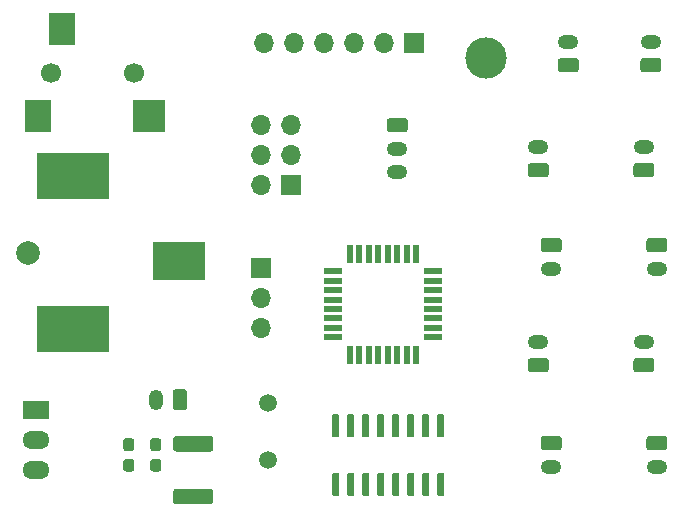
<source format=gbr>
G04 #@! TF.GenerationSoftware,KiCad,Pcbnew,5.1.5-52549c5~84~ubuntu18.04.1*
G04 #@! TF.CreationDate,2020-03-09T21:44:41-04:00*
G04 #@! TF.ProjectId,landfill_board_rev4,6c616e64-6669-46c6-9c5f-626f6172645f,rev?*
G04 #@! TF.SameCoordinates,Original*
G04 #@! TF.FileFunction,Soldermask,Top*
G04 #@! TF.FilePolarity,Negative*
%FSLAX46Y46*%
G04 Gerber Fmt 4.6, Leading zero omitted, Abs format (unit mm)*
G04 Created by KiCad (PCBNEW 5.1.5-52549c5~84~ubuntu18.04.1) date 2020-03-09 21:44:41*
%MOMM*%
%LPD*%
G04 APERTURE LIST*
%ADD10O,1.700000X1.700000*%
%ADD11R,1.700000X1.700000*%
%ADD12O,1.200000X1.750000*%
%ADD13C,0.100000*%
%ADD14O,2.300000X1.500000*%
%ADD15R,2.300000X1.500000*%
%ADD16R,0.550000X1.600000*%
%ADD17R,1.600000X0.550000*%
%ADD18O,1.750000X1.200000*%
%ADD19C,1.700000*%
%ADD20R,2.800000X2.800000*%
%ADD21R,2.200000X2.800000*%
%ADD22C,1.500000*%
%ADD23C,2.000000*%
%ADD24R,6.200000X3.900000*%
%ADD25R,4.400000X3.300000*%
%ADD26C,3.500000*%
G04 APERTURE END LIST*
D10*
X120650000Y-62865000D03*
X120650000Y-60325000D03*
D11*
X120650000Y-57785000D03*
D12*
X111792000Y-68961000D03*
D13*
G36*
X114166505Y-68087204D02*
G01*
X114190773Y-68090804D01*
X114214572Y-68096765D01*
X114237671Y-68105030D01*
X114259850Y-68115520D01*
X114280893Y-68128132D01*
X114300599Y-68142747D01*
X114318777Y-68159223D01*
X114335253Y-68177401D01*
X114349868Y-68197107D01*
X114362480Y-68218150D01*
X114372970Y-68240329D01*
X114381235Y-68263428D01*
X114387196Y-68287227D01*
X114390796Y-68311495D01*
X114392000Y-68335999D01*
X114392000Y-69586001D01*
X114390796Y-69610505D01*
X114387196Y-69634773D01*
X114381235Y-69658572D01*
X114372970Y-69681671D01*
X114362480Y-69703850D01*
X114349868Y-69724893D01*
X114335253Y-69744599D01*
X114318777Y-69762777D01*
X114300599Y-69779253D01*
X114280893Y-69793868D01*
X114259850Y-69806480D01*
X114237671Y-69816970D01*
X114214572Y-69825235D01*
X114190773Y-69831196D01*
X114166505Y-69834796D01*
X114142001Y-69836000D01*
X113441999Y-69836000D01*
X113417495Y-69834796D01*
X113393227Y-69831196D01*
X113369428Y-69825235D01*
X113346329Y-69816970D01*
X113324150Y-69806480D01*
X113303107Y-69793868D01*
X113283401Y-69779253D01*
X113265223Y-69762777D01*
X113248747Y-69744599D01*
X113234132Y-69724893D01*
X113221520Y-69703850D01*
X113211030Y-69681671D01*
X113202765Y-69658572D01*
X113196804Y-69634773D01*
X113193204Y-69610505D01*
X113192000Y-69586001D01*
X113192000Y-68335999D01*
X113193204Y-68311495D01*
X113196804Y-68287227D01*
X113202765Y-68263428D01*
X113211030Y-68240329D01*
X113221520Y-68218150D01*
X113234132Y-68197107D01*
X113248747Y-68177401D01*
X113265223Y-68159223D01*
X113283401Y-68142747D01*
X113303107Y-68128132D01*
X113324150Y-68115520D01*
X113346329Y-68105030D01*
X113369428Y-68096765D01*
X113393227Y-68090804D01*
X113417495Y-68087204D01*
X113441999Y-68086000D01*
X114142001Y-68086000D01*
X114166505Y-68087204D01*
G37*
D14*
X101600000Y-74930000D03*
X101600000Y-72390000D03*
D15*
X101600000Y-69850000D03*
D16*
X128205000Y-56640000D03*
X129005000Y-56640000D03*
X129805000Y-56640000D03*
X130605000Y-56640000D03*
X131405000Y-56640000D03*
X132205000Y-56640000D03*
X133005000Y-56640000D03*
X133805000Y-56640000D03*
D17*
X135255000Y-58090000D03*
X135255000Y-58890000D03*
X135255000Y-59690000D03*
X135255000Y-60490000D03*
X135255000Y-61290000D03*
X135255000Y-62090000D03*
X135255000Y-62890000D03*
X135255000Y-63690000D03*
D16*
X133805000Y-65140000D03*
X133005000Y-65140000D03*
X132205000Y-65140000D03*
X131405000Y-65140000D03*
X130605000Y-65140000D03*
X129805000Y-65140000D03*
X129005000Y-65140000D03*
X128205000Y-65140000D03*
D17*
X126755000Y-63690000D03*
X126755000Y-62890000D03*
X126755000Y-62090000D03*
X126755000Y-61290000D03*
X126755000Y-60490000D03*
X126755000Y-59690000D03*
X126755000Y-58890000D03*
X126755000Y-58090000D03*
D18*
X144145000Y-64040000D03*
D13*
G36*
X144794505Y-65441204D02*
G01*
X144818773Y-65444804D01*
X144842572Y-65450765D01*
X144865671Y-65459030D01*
X144887850Y-65469520D01*
X144908893Y-65482132D01*
X144928599Y-65496747D01*
X144946777Y-65513223D01*
X144963253Y-65531401D01*
X144977868Y-65551107D01*
X144990480Y-65572150D01*
X145000970Y-65594329D01*
X145009235Y-65617428D01*
X145015196Y-65641227D01*
X145018796Y-65665495D01*
X145020000Y-65689999D01*
X145020000Y-66390001D01*
X145018796Y-66414505D01*
X145015196Y-66438773D01*
X145009235Y-66462572D01*
X145000970Y-66485671D01*
X144990480Y-66507850D01*
X144977868Y-66528893D01*
X144963253Y-66548599D01*
X144946777Y-66566777D01*
X144928599Y-66583253D01*
X144908893Y-66597868D01*
X144887850Y-66610480D01*
X144865671Y-66620970D01*
X144842572Y-66629235D01*
X144818773Y-66635196D01*
X144794505Y-66638796D01*
X144770001Y-66640000D01*
X143519999Y-66640000D01*
X143495495Y-66638796D01*
X143471227Y-66635196D01*
X143447428Y-66629235D01*
X143424329Y-66620970D01*
X143402150Y-66610480D01*
X143381107Y-66597868D01*
X143361401Y-66583253D01*
X143343223Y-66566777D01*
X143326747Y-66548599D01*
X143312132Y-66528893D01*
X143299520Y-66507850D01*
X143289030Y-66485671D01*
X143280765Y-66462572D01*
X143274804Y-66438773D01*
X143271204Y-66414505D01*
X143270000Y-66390001D01*
X143270000Y-65689999D01*
X143271204Y-65665495D01*
X143274804Y-65641227D01*
X143280765Y-65617428D01*
X143289030Y-65594329D01*
X143299520Y-65572150D01*
X143312132Y-65551107D01*
X143326747Y-65531401D01*
X143343223Y-65513223D01*
X143361401Y-65496747D01*
X143381107Y-65482132D01*
X143402150Y-65469520D01*
X143424329Y-65459030D01*
X143447428Y-65450765D01*
X143471227Y-65444804D01*
X143495495Y-65441204D01*
X143519999Y-65440000D01*
X144770001Y-65440000D01*
X144794505Y-65441204D01*
G37*
D18*
X153078000Y-64040000D03*
D13*
G36*
X153727505Y-65441204D02*
G01*
X153751773Y-65444804D01*
X153775572Y-65450765D01*
X153798671Y-65459030D01*
X153820850Y-65469520D01*
X153841893Y-65482132D01*
X153861599Y-65496747D01*
X153879777Y-65513223D01*
X153896253Y-65531401D01*
X153910868Y-65551107D01*
X153923480Y-65572150D01*
X153933970Y-65594329D01*
X153942235Y-65617428D01*
X153948196Y-65641227D01*
X153951796Y-65665495D01*
X153953000Y-65689999D01*
X153953000Y-66390001D01*
X153951796Y-66414505D01*
X153948196Y-66438773D01*
X153942235Y-66462572D01*
X153933970Y-66485671D01*
X153923480Y-66507850D01*
X153910868Y-66528893D01*
X153896253Y-66548599D01*
X153879777Y-66566777D01*
X153861599Y-66583253D01*
X153841893Y-66597868D01*
X153820850Y-66610480D01*
X153798671Y-66620970D01*
X153775572Y-66629235D01*
X153751773Y-66635196D01*
X153727505Y-66638796D01*
X153703001Y-66640000D01*
X152452999Y-66640000D01*
X152428495Y-66638796D01*
X152404227Y-66635196D01*
X152380428Y-66629235D01*
X152357329Y-66620970D01*
X152335150Y-66610480D01*
X152314107Y-66597868D01*
X152294401Y-66583253D01*
X152276223Y-66566777D01*
X152259747Y-66548599D01*
X152245132Y-66528893D01*
X152232520Y-66507850D01*
X152222030Y-66485671D01*
X152213765Y-66462572D01*
X152207804Y-66438773D01*
X152204204Y-66414505D01*
X152203000Y-66390001D01*
X152203000Y-65689999D01*
X152204204Y-65665495D01*
X152207804Y-65641227D01*
X152213765Y-65617428D01*
X152222030Y-65594329D01*
X152232520Y-65572150D01*
X152245132Y-65551107D01*
X152259747Y-65531401D01*
X152276223Y-65513223D01*
X152294401Y-65496747D01*
X152314107Y-65482132D01*
X152335150Y-65469520D01*
X152357329Y-65459030D01*
X152380428Y-65450765D01*
X152404227Y-65444804D01*
X152428495Y-65441204D01*
X152452999Y-65440000D01*
X153703001Y-65440000D01*
X153727505Y-65441204D01*
G37*
D18*
X154178000Y-74644000D03*
D13*
G36*
X154827505Y-72045204D02*
G01*
X154851773Y-72048804D01*
X154875572Y-72054765D01*
X154898671Y-72063030D01*
X154920850Y-72073520D01*
X154941893Y-72086132D01*
X154961599Y-72100747D01*
X154979777Y-72117223D01*
X154996253Y-72135401D01*
X155010868Y-72155107D01*
X155023480Y-72176150D01*
X155033970Y-72198329D01*
X155042235Y-72221428D01*
X155048196Y-72245227D01*
X155051796Y-72269495D01*
X155053000Y-72293999D01*
X155053000Y-72994001D01*
X155051796Y-73018505D01*
X155048196Y-73042773D01*
X155042235Y-73066572D01*
X155033970Y-73089671D01*
X155023480Y-73111850D01*
X155010868Y-73132893D01*
X154996253Y-73152599D01*
X154979777Y-73170777D01*
X154961599Y-73187253D01*
X154941893Y-73201868D01*
X154920850Y-73214480D01*
X154898671Y-73224970D01*
X154875572Y-73233235D01*
X154851773Y-73239196D01*
X154827505Y-73242796D01*
X154803001Y-73244000D01*
X153552999Y-73244000D01*
X153528495Y-73242796D01*
X153504227Y-73239196D01*
X153480428Y-73233235D01*
X153457329Y-73224970D01*
X153435150Y-73214480D01*
X153414107Y-73201868D01*
X153394401Y-73187253D01*
X153376223Y-73170777D01*
X153359747Y-73152599D01*
X153345132Y-73132893D01*
X153332520Y-73111850D01*
X153322030Y-73089671D01*
X153313765Y-73066572D01*
X153307804Y-73042773D01*
X153304204Y-73018505D01*
X153303000Y-72994001D01*
X153303000Y-72293999D01*
X153304204Y-72269495D01*
X153307804Y-72245227D01*
X153313765Y-72221428D01*
X153322030Y-72198329D01*
X153332520Y-72176150D01*
X153345132Y-72155107D01*
X153359747Y-72135401D01*
X153376223Y-72117223D01*
X153394401Y-72100747D01*
X153414107Y-72086132D01*
X153435150Y-72073520D01*
X153457329Y-72063030D01*
X153480428Y-72054765D01*
X153504227Y-72048804D01*
X153528495Y-72045204D01*
X153552999Y-72044000D01*
X154803001Y-72044000D01*
X154827505Y-72045204D01*
G37*
D18*
X145245000Y-74644000D03*
D13*
G36*
X145894505Y-72045204D02*
G01*
X145918773Y-72048804D01*
X145942572Y-72054765D01*
X145965671Y-72063030D01*
X145987850Y-72073520D01*
X146008893Y-72086132D01*
X146028599Y-72100747D01*
X146046777Y-72117223D01*
X146063253Y-72135401D01*
X146077868Y-72155107D01*
X146090480Y-72176150D01*
X146100970Y-72198329D01*
X146109235Y-72221428D01*
X146115196Y-72245227D01*
X146118796Y-72269495D01*
X146120000Y-72293999D01*
X146120000Y-72994001D01*
X146118796Y-73018505D01*
X146115196Y-73042773D01*
X146109235Y-73066572D01*
X146100970Y-73089671D01*
X146090480Y-73111850D01*
X146077868Y-73132893D01*
X146063253Y-73152599D01*
X146046777Y-73170777D01*
X146028599Y-73187253D01*
X146008893Y-73201868D01*
X145987850Y-73214480D01*
X145965671Y-73224970D01*
X145942572Y-73233235D01*
X145918773Y-73239196D01*
X145894505Y-73242796D01*
X145870001Y-73244000D01*
X144619999Y-73244000D01*
X144595495Y-73242796D01*
X144571227Y-73239196D01*
X144547428Y-73233235D01*
X144524329Y-73224970D01*
X144502150Y-73214480D01*
X144481107Y-73201868D01*
X144461401Y-73187253D01*
X144443223Y-73170777D01*
X144426747Y-73152599D01*
X144412132Y-73132893D01*
X144399520Y-73111850D01*
X144389030Y-73089671D01*
X144380765Y-73066572D01*
X144374804Y-73042773D01*
X144371204Y-73018505D01*
X144370000Y-72994001D01*
X144370000Y-72293999D01*
X144371204Y-72269495D01*
X144374804Y-72245227D01*
X144380765Y-72221428D01*
X144389030Y-72198329D01*
X144399520Y-72176150D01*
X144412132Y-72155107D01*
X144426747Y-72135401D01*
X144443223Y-72117223D01*
X144461401Y-72100747D01*
X144481107Y-72086132D01*
X144502150Y-72073520D01*
X144524329Y-72063030D01*
X144547428Y-72054765D01*
X144571227Y-72048804D01*
X144595495Y-72045204D01*
X144619999Y-72044000D01*
X145870001Y-72044000D01*
X145894505Y-72045204D01*
G37*
D18*
X154178000Y-57880000D03*
D13*
G36*
X154827505Y-55281204D02*
G01*
X154851773Y-55284804D01*
X154875572Y-55290765D01*
X154898671Y-55299030D01*
X154920850Y-55309520D01*
X154941893Y-55322132D01*
X154961599Y-55336747D01*
X154979777Y-55353223D01*
X154996253Y-55371401D01*
X155010868Y-55391107D01*
X155023480Y-55412150D01*
X155033970Y-55434329D01*
X155042235Y-55457428D01*
X155048196Y-55481227D01*
X155051796Y-55505495D01*
X155053000Y-55529999D01*
X155053000Y-56230001D01*
X155051796Y-56254505D01*
X155048196Y-56278773D01*
X155042235Y-56302572D01*
X155033970Y-56325671D01*
X155023480Y-56347850D01*
X155010868Y-56368893D01*
X154996253Y-56388599D01*
X154979777Y-56406777D01*
X154961599Y-56423253D01*
X154941893Y-56437868D01*
X154920850Y-56450480D01*
X154898671Y-56460970D01*
X154875572Y-56469235D01*
X154851773Y-56475196D01*
X154827505Y-56478796D01*
X154803001Y-56480000D01*
X153552999Y-56480000D01*
X153528495Y-56478796D01*
X153504227Y-56475196D01*
X153480428Y-56469235D01*
X153457329Y-56460970D01*
X153435150Y-56450480D01*
X153414107Y-56437868D01*
X153394401Y-56423253D01*
X153376223Y-56406777D01*
X153359747Y-56388599D01*
X153345132Y-56368893D01*
X153332520Y-56347850D01*
X153322030Y-56325671D01*
X153313765Y-56302572D01*
X153307804Y-56278773D01*
X153304204Y-56254505D01*
X153303000Y-56230001D01*
X153303000Y-55529999D01*
X153304204Y-55505495D01*
X153307804Y-55481227D01*
X153313765Y-55457428D01*
X153322030Y-55434329D01*
X153332520Y-55412150D01*
X153345132Y-55391107D01*
X153359747Y-55371401D01*
X153376223Y-55353223D01*
X153394401Y-55336747D01*
X153414107Y-55322132D01*
X153435150Y-55309520D01*
X153457329Y-55299030D01*
X153480428Y-55290765D01*
X153504227Y-55284804D01*
X153528495Y-55281204D01*
X153552999Y-55280000D01*
X154803001Y-55280000D01*
X154827505Y-55281204D01*
G37*
D18*
X145245000Y-57880000D03*
D13*
G36*
X145894505Y-55281204D02*
G01*
X145918773Y-55284804D01*
X145942572Y-55290765D01*
X145965671Y-55299030D01*
X145987850Y-55309520D01*
X146008893Y-55322132D01*
X146028599Y-55336747D01*
X146046777Y-55353223D01*
X146063253Y-55371401D01*
X146077868Y-55391107D01*
X146090480Y-55412150D01*
X146100970Y-55434329D01*
X146109235Y-55457428D01*
X146115196Y-55481227D01*
X146118796Y-55505495D01*
X146120000Y-55529999D01*
X146120000Y-56230001D01*
X146118796Y-56254505D01*
X146115196Y-56278773D01*
X146109235Y-56302572D01*
X146100970Y-56325671D01*
X146090480Y-56347850D01*
X146077868Y-56368893D01*
X146063253Y-56388599D01*
X146046777Y-56406777D01*
X146028599Y-56423253D01*
X146008893Y-56437868D01*
X145987850Y-56450480D01*
X145965671Y-56460970D01*
X145942572Y-56469235D01*
X145918773Y-56475196D01*
X145894505Y-56478796D01*
X145870001Y-56480000D01*
X144619999Y-56480000D01*
X144595495Y-56478796D01*
X144571227Y-56475196D01*
X144547428Y-56469235D01*
X144524329Y-56460970D01*
X144502150Y-56450480D01*
X144481107Y-56437868D01*
X144461401Y-56423253D01*
X144443223Y-56406777D01*
X144426747Y-56388599D01*
X144412132Y-56368893D01*
X144399520Y-56347850D01*
X144389030Y-56325671D01*
X144380765Y-56302572D01*
X144374804Y-56278773D01*
X144371204Y-56254505D01*
X144370000Y-56230001D01*
X144370000Y-55529999D01*
X144371204Y-55505495D01*
X144374804Y-55481227D01*
X144380765Y-55457428D01*
X144389030Y-55434329D01*
X144399520Y-55412150D01*
X144412132Y-55391107D01*
X144426747Y-55371401D01*
X144443223Y-55353223D01*
X144461401Y-55336747D01*
X144481107Y-55322132D01*
X144502150Y-55309520D01*
X144524329Y-55299030D01*
X144547428Y-55290765D01*
X144571227Y-55284804D01*
X144595495Y-55281204D01*
X144619999Y-55280000D01*
X145870001Y-55280000D01*
X145894505Y-55281204D01*
G37*
D18*
X153078000Y-47530000D03*
D13*
G36*
X153727505Y-48931204D02*
G01*
X153751773Y-48934804D01*
X153775572Y-48940765D01*
X153798671Y-48949030D01*
X153820850Y-48959520D01*
X153841893Y-48972132D01*
X153861599Y-48986747D01*
X153879777Y-49003223D01*
X153896253Y-49021401D01*
X153910868Y-49041107D01*
X153923480Y-49062150D01*
X153933970Y-49084329D01*
X153942235Y-49107428D01*
X153948196Y-49131227D01*
X153951796Y-49155495D01*
X153953000Y-49179999D01*
X153953000Y-49880001D01*
X153951796Y-49904505D01*
X153948196Y-49928773D01*
X153942235Y-49952572D01*
X153933970Y-49975671D01*
X153923480Y-49997850D01*
X153910868Y-50018893D01*
X153896253Y-50038599D01*
X153879777Y-50056777D01*
X153861599Y-50073253D01*
X153841893Y-50087868D01*
X153820850Y-50100480D01*
X153798671Y-50110970D01*
X153775572Y-50119235D01*
X153751773Y-50125196D01*
X153727505Y-50128796D01*
X153703001Y-50130000D01*
X152452999Y-50130000D01*
X152428495Y-50128796D01*
X152404227Y-50125196D01*
X152380428Y-50119235D01*
X152357329Y-50110970D01*
X152335150Y-50100480D01*
X152314107Y-50087868D01*
X152294401Y-50073253D01*
X152276223Y-50056777D01*
X152259747Y-50038599D01*
X152245132Y-50018893D01*
X152232520Y-49997850D01*
X152222030Y-49975671D01*
X152213765Y-49952572D01*
X152207804Y-49928773D01*
X152204204Y-49904505D01*
X152203000Y-49880001D01*
X152203000Y-49179999D01*
X152204204Y-49155495D01*
X152207804Y-49131227D01*
X152213765Y-49107428D01*
X152222030Y-49084329D01*
X152232520Y-49062150D01*
X152245132Y-49041107D01*
X152259747Y-49021401D01*
X152276223Y-49003223D01*
X152294401Y-48986747D01*
X152314107Y-48972132D01*
X152335150Y-48959520D01*
X152357329Y-48949030D01*
X152380428Y-48940765D01*
X152404227Y-48934804D01*
X152428495Y-48931204D01*
X152452999Y-48930000D01*
X153703001Y-48930000D01*
X153727505Y-48931204D01*
G37*
D18*
X144145000Y-47530000D03*
D13*
G36*
X144794505Y-48931204D02*
G01*
X144818773Y-48934804D01*
X144842572Y-48940765D01*
X144865671Y-48949030D01*
X144887850Y-48959520D01*
X144908893Y-48972132D01*
X144928599Y-48986747D01*
X144946777Y-49003223D01*
X144963253Y-49021401D01*
X144977868Y-49041107D01*
X144990480Y-49062150D01*
X145000970Y-49084329D01*
X145009235Y-49107428D01*
X145015196Y-49131227D01*
X145018796Y-49155495D01*
X145020000Y-49179999D01*
X145020000Y-49880001D01*
X145018796Y-49904505D01*
X145015196Y-49928773D01*
X145009235Y-49952572D01*
X145000970Y-49975671D01*
X144990480Y-49997850D01*
X144977868Y-50018893D01*
X144963253Y-50038599D01*
X144946777Y-50056777D01*
X144928599Y-50073253D01*
X144908893Y-50087868D01*
X144887850Y-50100480D01*
X144865671Y-50110970D01*
X144842572Y-50119235D01*
X144818773Y-50125196D01*
X144794505Y-50128796D01*
X144770001Y-50130000D01*
X143519999Y-50130000D01*
X143495495Y-50128796D01*
X143471227Y-50125196D01*
X143447428Y-50119235D01*
X143424329Y-50110970D01*
X143402150Y-50100480D01*
X143381107Y-50087868D01*
X143361401Y-50073253D01*
X143343223Y-50056777D01*
X143326747Y-50038599D01*
X143312132Y-50018893D01*
X143299520Y-49997850D01*
X143289030Y-49975671D01*
X143280765Y-49952572D01*
X143274804Y-49928773D01*
X143271204Y-49904505D01*
X143270000Y-49880001D01*
X143270000Y-49179999D01*
X143271204Y-49155495D01*
X143274804Y-49131227D01*
X143280765Y-49107428D01*
X143289030Y-49084329D01*
X143299520Y-49062150D01*
X143312132Y-49041107D01*
X143326747Y-49021401D01*
X143343223Y-49003223D01*
X143361401Y-48986747D01*
X143381107Y-48972132D01*
X143402150Y-48959520D01*
X143424329Y-48949030D01*
X143447428Y-48940765D01*
X143471227Y-48934804D01*
X143495495Y-48931204D01*
X143519999Y-48930000D01*
X144770001Y-48930000D01*
X144794505Y-48931204D01*
G37*
D18*
X132207000Y-49720000D03*
X132207000Y-47720000D03*
D13*
G36*
X132856505Y-45121204D02*
G01*
X132880773Y-45124804D01*
X132904572Y-45130765D01*
X132927671Y-45139030D01*
X132949850Y-45149520D01*
X132970893Y-45162132D01*
X132990599Y-45176747D01*
X133008777Y-45193223D01*
X133025253Y-45211401D01*
X133039868Y-45231107D01*
X133052480Y-45252150D01*
X133062970Y-45274329D01*
X133071235Y-45297428D01*
X133077196Y-45321227D01*
X133080796Y-45345495D01*
X133082000Y-45369999D01*
X133082000Y-46070001D01*
X133080796Y-46094505D01*
X133077196Y-46118773D01*
X133071235Y-46142572D01*
X133062970Y-46165671D01*
X133052480Y-46187850D01*
X133039868Y-46208893D01*
X133025253Y-46228599D01*
X133008777Y-46246777D01*
X132990599Y-46263253D01*
X132970893Y-46277868D01*
X132949850Y-46290480D01*
X132927671Y-46300970D01*
X132904572Y-46309235D01*
X132880773Y-46315196D01*
X132856505Y-46318796D01*
X132832001Y-46320000D01*
X131581999Y-46320000D01*
X131557495Y-46318796D01*
X131533227Y-46315196D01*
X131509428Y-46309235D01*
X131486329Y-46300970D01*
X131464150Y-46290480D01*
X131443107Y-46277868D01*
X131423401Y-46263253D01*
X131405223Y-46246777D01*
X131388747Y-46228599D01*
X131374132Y-46208893D01*
X131361520Y-46187850D01*
X131351030Y-46165671D01*
X131342765Y-46142572D01*
X131336804Y-46118773D01*
X131333204Y-46094505D01*
X131332000Y-46070001D01*
X131332000Y-45369999D01*
X131333204Y-45345495D01*
X131336804Y-45321227D01*
X131342765Y-45297428D01*
X131351030Y-45274329D01*
X131361520Y-45252150D01*
X131374132Y-45231107D01*
X131388747Y-45211401D01*
X131405223Y-45193223D01*
X131423401Y-45176747D01*
X131443107Y-45162132D01*
X131464150Y-45149520D01*
X131486329Y-45139030D01*
X131509428Y-45130765D01*
X131533227Y-45124804D01*
X131557495Y-45121204D01*
X131581999Y-45120000D01*
X132832001Y-45120000D01*
X132856505Y-45121204D01*
G37*
D18*
X153670000Y-38640000D03*
D13*
G36*
X154319505Y-40041204D02*
G01*
X154343773Y-40044804D01*
X154367572Y-40050765D01*
X154390671Y-40059030D01*
X154412850Y-40069520D01*
X154433893Y-40082132D01*
X154453599Y-40096747D01*
X154471777Y-40113223D01*
X154488253Y-40131401D01*
X154502868Y-40151107D01*
X154515480Y-40172150D01*
X154525970Y-40194329D01*
X154534235Y-40217428D01*
X154540196Y-40241227D01*
X154543796Y-40265495D01*
X154545000Y-40289999D01*
X154545000Y-40990001D01*
X154543796Y-41014505D01*
X154540196Y-41038773D01*
X154534235Y-41062572D01*
X154525970Y-41085671D01*
X154515480Y-41107850D01*
X154502868Y-41128893D01*
X154488253Y-41148599D01*
X154471777Y-41166777D01*
X154453599Y-41183253D01*
X154433893Y-41197868D01*
X154412850Y-41210480D01*
X154390671Y-41220970D01*
X154367572Y-41229235D01*
X154343773Y-41235196D01*
X154319505Y-41238796D01*
X154295001Y-41240000D01*
X153044999Y-41240000D01*
X153020495Y-41238796D01*
X152996227Y-41235196D01*
X152972428Y-41229235D01*
X152949329Y-41220970D01*
X152927150Y-41210480D01*
X152906107Y-41197868D01*
X152886401Y-41183253D01*
X152868223Y-41166777D01*
X152851747Y-41148599D01*
X152837132Y-41128893D01*
X152824520Y-41107850D01*
X152814030Y-41085671D01*
X152805765Y-41062572D01*
X152799804Y-41038773D01*
X152796204Y-41014505D01*
X152795000Y-40990001D01*
X152795000Y-40289999D01*
X152796204Y-40265495D01*
X152799804Y-40241227D01*
X152805765Y-40217428D01*
X152814030Y-40194329D01*
X152824520Y-40172150D01*
X152837132Y-40151107D01*
X152851747Y-40131401D01*
X152868223Y-40113223D01*
X152886401Y-40096747D01*
X152906107Y-40082132D01*
X152927150Y-40069520D01*
X152949329Y-40059030D01*
X152972428Y-40050765D01*
X152996227Y-40044804D01*
X153020495Y-40041204D01*
X153044999Y-40040000D01*
X154295001Y-40040000D01*
X154319505Y-40041204D01*
G37*
D18*
X146685000Y-38640000D03*
D13*
G36*
X147334505Y-40041204D02*
G01*
X147358773Y-40044804D01*
X147382572Y-40050765D01*
X147405671Y-40059030D01*
X147427850Y-40069520D01*
X147448893Y-40082132D01*
X147468599Y-40096747D01*
X147486777Y-40113223D01*
X147503253Y-40131401D01*
X147517868Y-40151107D01*
X147530480Y-40172150D01*
X147540970Y-40194329D01*
X147549235Y-40217428D01*
X147555196Y-40241227D01*
X147558796Y-40265495D01*
X147560000Y-40289999D01*
X147560000Y-40990001D01*
X147558796Y-41014505D01*
X147555196Y-41038773D01*
X147549235Y-41062572D01*
X147540970Y-41085671D01*
X147530480Y-41107850D01*
X147517868Y-41128893D01*
X147503253Y-41148599D01*
X147486777Y-41166777D01*
X147468599Y-41183253D01*
X147448893Y-41197868D01*
X147427850Y-41210480D01*
X147405671Y-41220970D01*
X147382572Y-41229235D01*
X147358773Y-41235196D01*
X147334505Y-41238796D01*
X147310001Y-41240000D01*
X146059999Y-41240000D01*
X146035495Y-41238796D01*
X146011227Y-41235196D01*
X145987428Y-41229235D01*
X145964329Y-41220970D01*
X145942150Y-41210480D01*
X145921107Y-41197868D01*
X145901401Y-41183253D01*
X145883223Y-41166777D01*
X145866747Y-41148599D01*
X145852132Y-41128893D01*
X145839520Y-41107850D01*
X145829030Y-41085671D01*
X145820765Y-41062572D01*
X145814804Y-41038773D01*
X145811204Y-41014505D01*
X145810000Y-40990001D01*
X145810000Y-40289999D01*
X145811204Y-40265495D01*
X145814804Y-40241227D01*
X145820765Y-40217428D01*
X145829030Y-40194329D01*
X145839520Y-40172150D01*
X145852132Y-40151107D01*
X145866747Y-40131401D01*
X145883223Y-40113223D01*
X145901401Y-40096747D01*
X145921107Y-40082132D01*
X145942150Y-40069520D01*
X145964329Y-40059030D01*
X145987428Y-40050765D01*
X146011227Y-40044804D01*
X146035495Y-40041204D01*
X146059999Y-40040000D01*
X147310001Y-40040000D01*
X147334505Y-40041204D01*
G37*
D19*
X109910000Y-41275000D03*
X102910000Y-41275000D03*
D20*
X111210000Y-44975000D03*
D21*
X101810000Y-44975000D03*
X103810000Y-37575000D03*
D22*
X121285000Y-74095000D03*
X121285000Y-69215000D03*
D13*
G36*
X136054703Y-75160722D02*
G01*
X136069264Y-75162882D01*
X136083543Y-75166459D01*
X136097403Y-75171418D01*
X136110710Y-75177712D01*
X136123336Y-75185280D01*
X136135159Y-75194048D01*
X136146066Y-75203934D01*
X136155952Y-75214841D01*
X136164720Y-75226664D01*
X136172288Y-75239290D01*
X136178582Y-75252597D01*
X136183541Y-75266457D01*
X136187118Y-75280736D01*
X136189278Y-75295297D01*
X136190000Y-75310000D01*
X136190000Y-76960000D01*
X136189278Y-76974703D01*
X136187118Y-76989264D01*
X136183541Y-77003543D01*
X136178582Y-77017403D01*
X136172288Y-77030710D01*
X136164720Y-77043336D01*
X136155952Y-77055159D01*
X136146066Y-77066066D01*
X136135159Y-77075952D01*
X136123336Y-77084720D01*
X136110710Y-77092288D01*
X136097403Y-77098582D01*
X136083543Y-77103541D01*
X136069264Y-77107118D01*
X136054703Y-77109278D01*
X136040000Y-77110000D01*
X135740000Y-77110000D01*
X135725297Y-77109278D01*
X135710736Y-77107118D01*
X135696457Y-77103541D01*
X135682597Y-77098582D01*
X135669290Y-77092288D01*
X135656664Y-77084720D01*
X135644841Y-77075952D01*
X135633934Y-77066066D01*
X135624048Y-77055159D01*
X135615280Y-77043336D01*
X135607712Y-77030710D01*
X135601418Y-77017403D01*
X135596459Y-77003543D01*
X135592882Y-76989264D01*
X135590722Y-76974703D01*
X135590000Y-76960000D01*
X135590000Y-75310000D01*
X135590722Y-75295297D01*
X135592882Y-75280736D01*
X135596459Y-75266457D01*
X135601418Y-75252597D01*
X135607712Y-75239290D01*
X135615280Y-75226664D01*
X135624048Y-75214841D01*
X135633934Y-75203934D01*
X135644841Y-75194048D01*
X135656664Y-75185280D01*
X135669290Y-75177712D01*
X135682597Y-75171418D01*
X135696457Y-75166459D01*
X135710736Y-75162882D01*
X135725297Y-75160722D01*
X135740000Y-75160000D01*
X136040000Y-75160000D01*
X136054703Y-75160722D01*
G37*
G36*
X134784703Y-75160722D02*
G01*
X134799264Y-75162882D01*
X134813543Y-75166459D01*
X134827403Y-75171418D01*
X134840710Y-75177712D01*
X134853336Y-75185280D01*
X134865159Y-75194048D01*
X134876066Y-75203934D01*
X134885952Y-75214841D01*
X134894720Y-75226664D01*
X134902288Y-75239290D01*
X134908582Y-75252597D01*
X134913541Y-75266457D01*
X134917118Y-75280736D01*
X134919278Y-75295297D01*
X134920000Y-75310000D01*
X134920000Y-76960000D01*
X134919278Y-76974703D01*
X134917118Y-76989264D01*
X134913541Y-77003543D01*
X134908582Y-77017403D01*
X134902288Y-77030710D01*
X134894720Y-77043336D01*
X134885952Y-77055159D01*
X134876066Y-77066066D01*
X134865159Y-77075952D01*
X134853336Y-77084720D01*
X134840710Y-77092288D01*
X134827403Y-77098582D01*
X134813543Y-77103541D01*
X134799264Y-77107118D01*
X134784703Y-77109278D01*
X134770000Y-77110000D01*
X134470000Y-77110000D01*
X134455297Y-77109278D01*
X134440736Y-77107118D01*
X134426457Y-77103541D01*
X134412597Y-77098582D01*
X134399290Y-77092288D01*
X134386664Y-77084720D01*
X134374841Y-77075952D01*
X134363934Y-77066066D01*
X134354048Y-77055159D01*
X134345280Y-77043336D01*
X134337712Y-77030710D01*
X134331418Y-77017403D01*
X134326459Y-77003543D01*
X134322882Y-76989264D01*
X134320722Y-76974703D01*
X134320000Y-76960000D01*
X134320000Y-75310000D01*
X134320722Y-75295297D01*
X134322882Y-75280736D01*
X134326459Y-75266457D01*
X134331418Y-75252597D01*
X134337712Y-75239290D01*
X134345280Y-75226664D01*
X134354048Y-75214841D01*
X134363934Y-75203934D01*
X134374841Y-75194048D01*
X134386664Y-75185280D01*
X134399290Y-75177712D01*
X134412597Y-75171418D01*
X134426457Y-75166459D01*
X134440736Y-75162882D01*
X134455297Y-75160722D01*
X134470000Y-75160000D01*
X134770000Y-75160000D01*
X134784703Y-75160722D01*
G37*
G36*
X133514703Y-75160722D02*
G01*
X133529264Y-75162882D01*
X133543543Y-75166459D01*
X133557403Y-75171418D01*
X133570710Y-75177712D01*
X133583336Y-75185280D01*
X133595159Y-75194048D01*
X133606066Y-75203934D01*
X133615952Y-75214841D01*
X133624720Y-75226664D01*
X133632288Y-75239290D01*
X133638582Y-75252597D01*
X133643541Y-75266457D01*
X133647118Y-75280736D01*
X133649278Y-75295297D01*
X133650000Y-75310000D01*
X133650000Y-76960000D01*
X133649278Y-76974703D01*
X133647118Y-76989264D01*
X133643541Y-77003543D01*
X133638582Y-77017403D01*
X133632288Y-77030710D01*
X133624720Y-77043336D01*
X133615952Y-77055159D01*
X133606066Y-77066066D01*
X133595159Y-77075952D01*
X133583336Y-77084720D01*
X133570710Y-77092288D01*
X133557403Y-77098582D01*
X133543543Y-77103541D01*
X133529264Y-77107118D01*
X133514703Y-77109278D01*
X133500000Y-77110000D01*
X133200000Y-77110000D01*
X133185297Y-77109278D01*
X133170736Y-77107118D01*
X133156457Y-77103541D01*
X133142597Y-77098582D01*
X133129290Y-77092288D01*
X133116664Y-77084720D01*
X133104841Y-77075952D01*
X133093934Y-77066066D01*
X133084048Y-77055159D01*
X133075280Y-77043336D01*
X133067712Y-77030710D01*
X133061418Y-77017403D01*
X133056459Y-77003543D01*
X133052882Y-76989264D01*
X133050722Y-76974703D01*
X133050000Y-76960000D01*
X133050000Y-75310000D01*
X133050722Y-75295297D01*
X133052882Y-75280736D01*
X133056459Y-75266457D01*
X133061418Y-75252597D01*
X133067712Y-75239290D01*
X133075280Y-75226664D01*
X133084048Y-75214841D01*
X133093934Y-75203934D01*
X133104841Y-75194048D01*
X133116664Y-75185280D01*
X133129290Y-75177712D01*
X133142597Y-75171418D01*
X133156457Y-75166459D01*
X133170736Y-75162882D01*
X133185297Y-75160722D01*
X133200000Y-75160000D01*
X133500000Y-75160000D01*
X133514703Y-75160722D01*
G37*
G36*
X132244703Y-75160722D02*
G01*
X132259264Y-75162882D01*
X132273543Y-75166459D01*
X132287403Y-75171418D01*
X132300710Y-75177712D01*
X132313336Y-75185280D01*
X132325159Y-75194048D01*
X132336066Y-75203934D01*
X132345952Y-75214841D01*
X132354720Y-75226664D01*
X132362288Y-75239290D01*
X132368582Y-75252597D01*
X132373541Y-75266457D01*
X132377118Y-75280736D01*
X132379278Y-75295297D01*
X132380000Y-75310000D01*
X132380000Y-76960000D01*
X132379278Y-76974703D01*
X132377118Y-76989264D01*
X132373541Y-77003543D01*
X132368582Y-77017403D01*
X132362288Y-77030710D01*
X132354720Y-77043336D01*
X132345952Y-77055159D01*
X132336066Y-77066066D01*
X132325159Y-77075952D01*
X132313336Y-77084720D01*
X132300710Y-77092288D01*
X132287403Y-77098582D01*
X132273543Y-77103541D01*
X132259264Y-77107118D01*
X132244703Y-77109278D01*
X132230000Y-77110000D01*
X131930000Y-77110000D01*
X131915297Y-77109278D01*
X131900736Y-77107118D01*
X131886457Y-77103541D01*
X131872597Y-77098582D01*
X131859290Y-77092288D01*
X131846664Y-77084720D01*
X131834841Y-77075952D01*
X131823934Y-77066066D01*
X131814048Y-77055159D01*
X131805280Y-77043336D01*
X131797712Y-77030710D01*
X131791418Y-77017403D01*
X131786459Y-77003543D01*
X131782882Y-76989264D01*
X131780722Y-76974703D01*
X131780000Y-76960000D01*
X131780000Y-75310000D01*
X131780722Y-75295297D01*
X131782882Y-75280736D01*
X131786459Y-75266457D01*
X131791418Y-75252597D01*
X131797712Y-75239290D01*
X131805280Y-75226664D01*
X131814048Y-75214841D01*
X131823934Y-75203934D01*
X131834841Y-75194048D01*
X131846664Y-75185280D01*
X131859290Y-75177712D01*
X131872597Y-75171418D01*
X131886457Y-75166459D01*
X131900736Y-75162882D01*
X131915297Y-75160722D01*
X131930000Y-75160000D01*
X132230000Y-75160000D01*
X132244703Y-75160722D01*
G37*
G36*
X130974703Y-75160722D02*
G01*
X130989264Y-75162882D01*
X131003543Y-75166459D01*
X131017403Y-75171418D01*
X131030710Y-75177712D01*
X131043336Y-75185280D01*
X131055159Y-75194048D01*
X131066066Y-75203934D01*
X131075952Y-75214841D01*
X131084720Y-75226664D01*
X131092288Y-75239290D01*
X131098582Y-75252597D01*
X131103541Y-75266457D01*
X131107118Y-75280736D01*
X131109278Y-75295297D01*
X131110000Y-75310000D01*
X131110000Y-76960000D01*
X131109278Y-76974703D01*
X131107118Y-76989264D01*
X131103541Y-77003543D01*
X131098582Y-77017403D01*
X131092288Y-77030710D01*
X131084720Y-77043336D01*
X131075952Y-77055159D01*
X131066066Y-77066066D01*
X131055159Y-77075952D01*
X131043336Y-77084720D01*
X131030710Y-77092288D01*
X131017403Y-77098582D01*
X131003543Y-77103541D01*
X130989264Y-77107118D01*
X130974703Y-77109278D01*
X130960000Y-77110000D01*
X130660000Y-77110000D01*
X130645297Y-77109278D01*
X130630736Y-77107118D01*
X130616457Y-77103541D01*
X130602597Y-77098582D01*
X130589290Y-77092288D01*
X130576664Y-77084720D01*
X130564841Y-77075952D01*
X130553934Y-77066066D01*
X130544048Y-77055159D01*
X130535280Y-77043336D01*
X130527712Y-77030710D01*
X130521418Y-77017403D01*
X130516459Y-77003543D01*
X130512882Y-76989264D01*
X130510722Y-76974703D01*
X130510000Y-76960000D01*
X130510000Y-75310000D01*
X130510722Y-75295297D01*
X130512882Y-75280736D01*
X130516459Y-75266457D01*
X130521418Y-75252597D01*
X130527712Y-75239290D01*
X130535280Y-75226664D01*
X130544048Y-75214841D01*
X130553934Y-75203934D01*
X130564841Y-75194048D01*
X130576664Y-75185280D01*
X130589290Y-75177712D01*
X130602597Y-75171418D01*
X130616457Y-75166459D01*
X130630736Y-75162882D01*
X130645297Y-75160722D01*
X130660000Y-75160000D01*
X130960000Y-75160000D01*
X130974703Y-75160722D01*
G37*
G36*
X129704703Y-75160722D02*
G01*
X129719264Y-75162882D01*
X129733543Y-75166459D01*
X129747403Y-75171418D01*
X129760710Y-75177712D01*
X129773336Y-75185280D01*
X129785159Y-75194048D01*
X129796066Y-75203934D01*
X129805952Y-75214841D01*
X129814720Y-75226664D01*
X129822288Y-75239290D01*
X129828582Y-75252597D01*
X129833541Y-75266457D01*
X129837118Y-75280736D01*
X129839278Y-75295297D01*
X129840000Y-75310000D01*
X129840000Y-76960000D01*
X129839278Y-76974703D01*
X129837118Y-76989264D01*
X129833541Y-77003543D01*
X129828582Y-77017403D01*
X129822288Y-77030710D01*
X129814720Y-77043336D01*
X129805952Y-77055159D01*
X129796066Y-77066066D01*
X129785159Y-77075952D01*
X129773336Y-77084720D01*
X129760710Y-77092288D01*
X129747403Y-77098582D01*
X129733543Y-77103541D01*
X129719264Y-77107118D01*
X129704703Y-77109278D01*
X129690000Y-77110000D01*
X129390000Y-77110000D01*
X129375297Y-77109278D01*
X129360736Y-77107118D01*
X129346457Y-77103541D01*
X129332597Y-77098582D01*
X129319290Y-77092288D01*
X129306664Y-77084720D01*
X129294841Y-77075952D01*
X129283934Y-77066066D01*
X129274048Y-77055159D01*
X129265280Y-77043336D01*
X129257712Y-77030710D01*
X129251418Y-77017403D01*
X129246459Y-77003543D01*
X129242882Y-76989264D01*
X129240722Y-76974703D01*
X129240000Y-76960000D01*
X129240000Y-75310000D01*
X129240722Y-75295297D01*
X129242882Y-75280736D01*
X129246459Y-75266457D01*
X129251418Y-75252597D01*
X129257712Y-75239290D01*
X129265280Y-75226664D01*
X129274048Y-75214841D01*
X129283934Y-75203934D01*
X129294841Y-75194048D01*
X129306664Y-75185280D01*
X129319290Y-75177712D01*
X129332597Y-75171418D01*
X129346457Y-75166459D01*
X129360736Y-75162882D01*
X129375297Y-75160722D01*
X129390000Y-75160000D01*
X129690000Y-75160000D01*
X129704703Y-75160722D01*
G37*
G36*
X128434703Y-75160722D02*
G01*
X128449264Y-75162882D01*
X128463543Y-75166459D01*
X128477403Y-75171418D01*
X128490710Y-75177712D01*
X128503336Y-75185280D01*
X128515159Y-75194048D01*
X128526066Y-75203934D01*
X128535952Y-75214841D01*
X128544720Y-75226664D01*
X128552288Y-75239290D01*
X128558582Y-75252597D01*
X128563541Y-75266457D01*
X128567118Y-75280736D01*
X128569278Y-75295297D01*
X128570000Y-75310000D01*
X128570000Y-76960000D01*
X128569278Y-76974703D01*
X128567118Y-76989264D01*
X128563541Y-77003543D01*
X128558582Y-77017403D01*
X128552288Y-77030710D01*
X128544720Y-77043336D01*
X128535952Y-77055159D01*
X128526066Y-77066066D01*
X128515159Y-77075952D01*
X128503336Y-77084720D01*
X128490710Y-77092288D01*
X128477403Y-77098582D01*
X128463543Y-77103541D01*
X128449264Y-77107118D01*
X128434703Y-77109278D01*
X128420000Y-77110000D01*
X128120000Y-77110000D01*
X128105297Y-77109278D01*
X128090736Y-77107118D01*
X128076457Y-77103541D01*
X128062597Y-77098582D01*
X128049290Y-77092288D01*
X128036664Y-77084720D01*
X128024841Y-77075952D01*
X128013934Y-77066066D01*
X128004048Y-77055159D01*
X127995280Y-77043336D01*
X127987712Y-77030710D01*
X127981418Y-77017403D01*
X127976459Y-77003543D01*
X127972882Y-76989264D01*
X127970722Y-76974703D01*
X127970000Y-76960000D01*
X127970000Y-75310000D01*
X127970722Y-75295297D01*
X127972882Y-75280736D01*
X127976459Y-75266457D01*
X127981418Y-75252597D01*
X127987712Y-75239290D01*
X127995280Y-75226664D01*
X128004048Y-75214841D01*
X128013934Y-75203934D01*
X128024841Y-75194048D01*
X128036664Y-75185280D01*
X128049290Y-75177712D01*
X128062597Y-75171418D01*
X128076457Y-75166459D01*
X128090736Y-75162882D01*
X128105297Y-75160722D01*
X128120000Y-75160000D01*
X128420000Y-75160000D01*
X128434703Y-75160722D01*
G37*
G36*
X127164703Y-75160722D02*
G01*
X127179264Y-75162882D01*
X127193543Y-75166459D01*
X127207403Y-75171418D01*
X127220710Y-75177712D01*
X127233336Y-75185280D01*
X127245159Y-75194048D01*
X127256066Y-75203934D01*
X127265952Y-75214841D01*
X127274720Y-75226664D01*
X127282288Y-75239290D01*
X127288582Y-75252597D01*
X127293541Y-75266457D01*
X127297118Y-75280736D01*
X127299278Y-75295297D01*
X127300000Y-75310000D01*
X127300000Y-76960000D01*
X127299278Y-76974703D01*
X127297118Y-76989264D01*
X127293541Y-77003543D01*
X127288582Y-77017403D01*
X127282288Y-77030710D01*
X127274720Y-77043336D01*
X127265952Y-77055159D01*
X127256066Y-77066066D01*
X127245159Y-77075952D01*
X127233336Y-77084720D01*
X127220710Y-77092288D01*
X127207403Y-77098582D01*
X127193543Y-77103541D01*
X127179264Y-77107118D01*
X127164703Y-77109278D01*
X127150000Y-77110000D01*
X126850000Y-77110000D01*
X126835297Y-77109278D01*
X126820736Y-77107118D01*
X126806457Y-77103541D01*
X126792597Y-77098582D01*
X126779290Y-77092288D01*
X126766664Y-77084720D01*
X126754841Y-77075952D01*
X126743934Y-77066066D01*
X126734048Y-77055159D01*
X126725280Y-77043336D01*
X126717712Y-77030710D01*
X126711418Y-77017403D01*
X126706459Y-77003543D01*
X126702882Y-76989264D01*
X126700722Y-76974703D01*
X126700000Y-76960000D01*
X126700000Y-75310000D01*
X126700722Y-75295297D01*
X126702882Y-75280736D01*
X126706459Y-75266457D01*
X126711418Y-75252597D01*
X126717712Y-75239290D01*
X126725280Y-75226664D01*
X126734048Y-75214841D01*
X126743934Y-75203934D01*
X126754841Y-75194048D01*
X126766664Y-75185280D01*
X126779290Y-75177712D01*
X126792597Y-75171418D01*
X126806457Y-75166459D01*
X126820736Y-75162882D01*
X126835297Y-75160722D01*
X126850000Y-75160000D01*
X127150000Y-75160000D01*
X127164703Y-75160722D01*
G37*
G36*
X127164703Y-70210722D02*
G01*
X127179264Y-70212882D01*
X127193543Y-70216459D01*
X127207403Y-70221418D01*
X127220710Y-70227712D01*
X127233336Y-70235280D01*
X127245159Y-70244048D01*
X127256066Y-70253934D01*
X127265952Y-70264841D01*
X127274720Y-70276664D01*
X127282288Y-70289290D01*
X127288582Y-70302597D01*
X127293541Y-70316457D01*
X127297118Y-70330736D01*
X127299278Y-70345297D01*
X127300000Y-70360000D01*
X127300000Y-72010000D01*
X127299278Y-72024703D01*
X127297118Y-72039264D01*
X127293541Y-72053543D01*
X127288582Y-72067403D01*
X127282288Y-72080710D01*
X127274720Y-72093336D01*
X127265952Y-72105159D01*
X127256066Y-72116066D01*
X127245159Y-72125952D01*
X127233336Y-72134720D01*
X127220710Y-72142288D01*
X127207403Y-72148582D01*
X127193543Y-72153541D01*
X127179264Y-72157118D01*
X127164703Y-72159278D01*
X127150000Y-72160000D01*
X126850000Y-72160000D01*
X126835297Y-72159278D01*
X126820736Y-72157118D01*
X126806457Y-72153541D01*
X126792597Y-72148582D01*
X126779290Y-72142288D01*
X126766664Y-72134720D01*
X126754841Y-72125952D01*
X126743934Y-72116066D01*
X126734048Y-72105159D01*
X126725280Y-72093336D01*
X126717712Y-72080710D01*
X126711418Y-72067403D01*
X126706459Y-72053543D01*
X126702882Y-72039264D01*
X126700722Y-72024703D01*
X126700000Y-72010000D01*
X126700000Y-70360000D01*
X126700722Y-70345297D01*
X126702882Y-70330736D01*
X126706459Y-70316457D01*
X126711418Y-70302597D01*
X126717712Y-70289290D01*
X126725280Y-70276664D01*
X126734048Y-70264841D01*
X126743934Y-70253934D01*
X126754841Y-70244048D01*
X126766664Y-70235280D01*
X126779290Y-70227712D01*
X126792597Y-70221418D01*
X126806457Y-70216459D01*
X126820736Y-70212882D01*
X126835297Y-70210722D01*
X126850000Y-70210000D01*
X127150000Y-70210000D01*
X127164703Y-70210722D01*
G37*
G36*
X128434703Y-70210722D02*
G01*
X128449264Y-70212882D01*
X128463543Y-70216459D01*
X128477403Y-70221418D01*
X128490710Y-70227712D01*
X128503336Y-70235280D01*
X128515159Y-70244048D01*
X128526066Y-70253934D01*
X128535952Y-70264841D01*
X128544720Y-70276664D01*
X128552288Y-70289290D01*
X128558582Y-70302597D01*
X128563541Y-70316457D01*
X128567118Y-70330736D01*
X128569278Y-70345297D01*
X128570000Y-70360000D01*
X128570000Y-72010000D01*
X128569278Y-72024703D01*
X128567118Y-72039264D01*
X128563541Y-72053543D01*
X128558582Y-72067403D01*
X128552288Y-72080710D01*
X128544720Y-72093336D01*
X128535952Y-72105159D01*
X128526066Y-72116066D01*
X128515159Y-72125952D01*
X128503336Y-72134720D01*
X128490710Y-72142288D01*
X128477403Y-72148582D01*
X128463543Y-72153541D01*
X128449264Y-72157118D01*
X128434703Y-72159278D01*
X128420000Y-72160000D01*
X128120000Y-72160000D01*
X128105297Y-72159278D01*
X128090736Y-72157118D01*
X128076457Y-72153541D01*
X128062597Y-72148582D01*
X128049290Y-72142288D01*
X128036664Y-72134720D01*
X128024841Y-72125952D01*
X128013934Y-72116066D01*
X128004048Y-72105159D01*
X127995280Y-72093336D01*
X127987712Y-72080710D01*
X127981418Y-72067403D01*
X127976459Y-72053543D01*
X127972882Y-72039264D01*
X127970722Y-72024703D01*
X127970000Y-72010000D01*
X127970000Y-70360000D01*
X127970722Y-70345297D01*
X127972882Y-70330736D01*
X127976459Y-70316457D01*
X127981418Y-70302597D01*
X127987712Y-70289290D01*
X127995280Y-70276664D01*
X128004048Y-70264841D01*
X128013934Y-70253934D01*
X128024841Y-70244048D01*
X128036664Y-70235280D01*
X128049290Y-70227712D01*
X128062597Y-70221418D01*
X128076457Y-70216459D01*
X128090736Y-70212882D01*
X128105297Y-70210722D01*
X128120000Y-70210000D01*
X128420000Y-70210000D01*
X128434703Y-70210722D01*
G37*
G36*
X129704703Y-70210722D02*
G01*
X129719264Y-70212882D01*
X129733543Y-70216459D01*
X129747403Y-70221418D01*
X129760710Y-70227712D01*
X129773336Y-70235280D01*
X129785159Y-70244048D01*
X129796066Y-70253934D01*
X129805952Y-70264841D01*
X129814720Y-70276664D01*
X129822288Y-70289290D01*
X129828582Y-70302597D01*
X129833541Y-70316457D01*
X129837118Y-70330736D01*
X129839278Y-70345297D01*
X129840000Y-70360000D01*
X129840000Y-72010000D01*
X129839278Y-72024703D01*
X129837118Y-72039264D01*
X129833541Y-72053543D01*
X129828582Y-72067403D01*
X129822288Y-72080710D01*
X129814720Y-72093336D01*
X129805952Y-72105159D01*
X129796066Y-72116066D01*
X129785159Y-72125952D01*
X129773336Y-72134720D01*
X129760710Y-72142288D01*
X129747403Y-72148582D01*
X129733543Y-72153541D01*
X129719264Y-72157118D01*
X129704703Y-72159278D01*
X129690000Y-72160000D01*
X129390000Y-72160000D01*
X129375297Y-72159278D01*
X129360736Y-72157118D01*
X129346457Y-72153541D01*
X129332597Y-72148582D01*
X129319290Y-72142288D01*
X129306664Y-72134720D01*
X129294841Y-72125952D01*
X129283934Y-72116066D01*
X129274048Y-72105159D01*
X129265280Y-72093336D01*
X129257712Y-72080710D01*
X129251418Y-72067403D01*
X129246459Y-72053543D01*
X129242882Y-72039264D01*
X129240722Y-72024703D01*
X129240000Y-72010000D01*
X129240000Y-70360000D01*
X129240722Y-70345297D01*
X129242882Y-70330736D01*
X129246459Y-70316457D01*
X129251418Y-70302597D01*
X129257712Y-70289290D01*
X129265280Y-70276664D01*
X129274048Y-70264841D01*
X129283934Y-70253934D01*
X129294841Y-70244048D01*
X129306664Y-70235280D01*
X129319290Y-70227712D01*
X129332597Y-70221418D01*
X129346457Y-70216459D01*
X129360736Y-70212882D01*
X129375297Y-70210722D01*
X129390000Y-70210000D01*
X129690000Y-70210000D01*
X129704703Y-70210722D01*
G37*
G36*
X130974703Y-70210722D02*
G01*
X130989264Y-70212882D01*
X131003543Y-70216459D01*
X131017403Y-70221418D01*
X131030710Y-70227712D01*
X131043336Y-70235280D01*
X131055159Y-70244048D01*
X131066066Y-70253934D01*
X131075952Y-70264841D01*
X131084720Y-70276664D01*
X131092288Y-70289290D01*
X131098582Y-70302597D01*
X131103541Y-70316457D01*
X131107118Y-70330736D01*
X131109278Y-70345297D01*
X131110000Y-70360000D01*
X131110000Y-72010000D01*
X131109278Y-72024703D01*
X131107118Y-72039264D01*
X131103541Y-72053543D01*
X131098582Y-72067403D01*
X131092288Y-72080710D01*
X131084720Y-72093336D01*
X131075952Y-72105159D01*
X131066066Y-72116066D01*
X131055159Y-72125952D01*
X131043336Y-72134720D01*
X131030710Y-72142288D01*
X131017403Y-72148582D01*
X131003543Y-72153541D01*
X130989264Y-72157118D01*
X130974703Y-72159278D01*
X130960000Y-72160000D01*
X130660000Y-72160000D01*
X130645297Y-72159278D01*
X130630736Y-72157118D01*
X130616457Y-72153541D01*
X130602597Y-72148582D01*
X130589290Y-72142288D01*
X130576664Y-72134720D01*
X130564841Y-72125952D01*
X130553934Y-72116066D01*
X130544048Y-72105159D01*
X130535280Y-72093336D01*
X130527712Y-72080710D01*
X130521418Y-72067403D01*
X130516459Y-72053543D01*
X130512882Y-72039264D01*
X130510722Y-72024703D01*
X130510000Y-72010000D01*
X130510000Y-70360000D01*
X130510722Y-70345297D01*
X130512882Y-70330736D01*
X130516459Y-70316457D01*
X130521418Y-70302597D01*
X130527712Y-70289290D01*
X130535280Y-70276664D01*
X130544048Y-70264841D01*
X130553934Y-70253934D01*
X130564841Y-70244048D01*
X130576664Y-70235280D01*
X130589290Y-70227712D01*
X130602597Y-70221418D01*
X130616457Y-70216459D01*
X130630736Y-70212882D01*
X130645297Y-70210722D01*
X130660000Y-70210000D01*
X130960000Y-70210000D01*
X130974703Y-70210722D01*
G37*
G36*
X132244703Y-70210722D02*
G01*
X132259264Y-70212882D01*
X132273543Y-70216459D01*
X132287403Y-70221418D01*
X132300710Y-70227712D01*
X132313336Y-70235280D01*
X132325159Y-70244048D01*
X132336066Y-70253934D01*
X132345952Y-70264841D01*
X132354720Y-70276664D01*
X132362288Y-70289290D01*
X132368582Y-70302597D01*
X132373541Y-70316457D01*
X132377118Y-70330736D01*
X132379278Y-70345297D01*
X132380000Y-70360000D01*
X132380000Y-72010000D01*
X132379278Y-72024703D01*
X132377118Y-72039264D01*
X132373541Y-72053543D01*
X132368582Y-72067403D01*
X132362288Y-72080710D01*
X132354720Y-72093336D01*
X132345952Y-72105159D01*
X132336066Y-72116066D01*
X132325159Y-72125952D01*
X132313336Y-72134720D01*
X132300710Y-72142288D01*
X132287403Y-72148582D01*
X132273543Y-72153541D01*
X132259264Y-72157118D01*
X132244703Y-72159278D01*
X132230000Y-72160000D01*
X131930000Y-72160000D01*
X131915297Y-72159278D01*
X131900736Y-72157118D01*
X131886457Y-72153541D01*
X131872597Y-72148582D01*
X131859290Y-72142288D01*
X131846664Y-72134720D01*
X131834841Y-72125952D01*
X131823934Y-72116066D01*
X131814048Y-72105159D01*
X131805280Y-72093336D01*
X131797712Y-72080710D01*
X131791418Y-72067403D01*
X131786459Y-72053543D01*
X131782882Y-72039264D01*
X131780722Y-72024703D01*
X131780000Y-72010000D01*
X131780000Y-70360000D01*
X131780722Y-70345297D01*
X131782882Y-70330736D01*
X131786459Y-70316457D01*
X131791418Y-70302597D01*
X131797712Y-70289290D01*
X131805280Y-70276664D01*
X131814048Y-70264841D01*
X131823934Y-70253934D01*
X131834841Y-70244048D01*
X131846664Y-70235280D01*
X131859290Y-70227712D01*
X131872597Y-70221418D01*
X131886457Y-70216459D01*
X131900736Y-70212882D01*
X131915297Y-70210722D01*
X131930000Y-70210000D01*
X132230000Y-70210000D01*
X132244703Y-70210722D01*
G37*
G36*
X133514703Y-70210722D02*
G01*
X133529264Y-70212882D01*
X133543543Y-70216459D01*
X133557403Y-70221418D01*
X133570710Y-70227712D01*
X133583336Y-70235280D01*
X133595159Y-70244048D01*
X133606066Y-70253934D01*
X133615952Y-70264841D01*
X133624720Y-70276664D01*
X133632288Y-70289290D01*
X133638582Y-70302597D01*
X133643541Y-70316457D01*
X133647118Y-70330736D01*
X133649278Y-70345297D01*
X133650000Y-70360000D01*
X133650000Y-72010000D01*
X133649278Y-72024703D01*
X133647118Y-72039264D01*
X133643541Y-72053543D01*
X133638582Y-72067403D01*
X133632288Y-72080710D01*
X133624720Y-72093336D01*
X133615952Y-72105159D01*
X133606066Y-72116066D01*
X133595159Y-72125952D01*
X133583336Y-72134720D01*
X133570710Y-72142288D01*
X133557403Y-72148582D01*
X133543543Y-72153541D01*
X133529264Y-72157118D01*
X133514703Y-72159278D01*
X133500000Y-72160000D01*
X133200000Y-72160000D01*
X133185297Y-72159278D01*
X133170736Y-72157118D01*
X133156457Y-72153541D01*
X133142597Y-72148582D01*
X133129290Y-72142288D01*
X133116664Y-72134720D01*
X133104841Y-72125952D01*
X133093934Y-72116066D01*
X133084048Y-72105159D01*
X133075280Y-72093336D01*
X133067712Y-72080710D01*
X133061418Y-72067403D01*
X133056459Y-72053543D01*
X133052882Y-72039264D01*
X133050722Y-72024703D01*
X133050000Y-72010000D01*
X133050000Y-70360000D01*
X133050722Y-70345297D01*
X133052882Y-70330736D01*
X133056459Y-70316457D01*
X133061418Y-70302597D01*
X133067712Y-70289290D01*
X133075280Y-70276664D01*
X133084048Y-70264841D01*
X133093934Y-70253934D01*
X133104841Y-70244048D01*
X133116664Y-70235280D01*
X133129290Y-70227712D01*
X133142597Y-70221418D01*
X133156457Y-70216459D01*
X133170736Y-70212882D01*
X133185297Y-70210722D01*
X133200000Y-70210000D01*
X133500000Y-70210000D01*
X133514703Y-70210722D01*
G37*
G36*
X134784703Y-70210722D02*
G01*
X134799264Y-70212882D01*
X134813543Y-70216459D01*
X134827403Y-70221418D01*
X134840710Y-70227712D01*
X134853336Y-70235280D01*
X134865159Y-70244048D01*
X134876066Y-70253934D01*
X134885952Y-70264841D01*
X134894720Y-70276664D01*
X134902288Y-70289290D01*
X134908582Y-70302597D01*
X134913541Y-70316457D01*
X134917118Y-70330736D01*
X134919278Y-70345297D01*
X134920000Y-70360000D01*
X134920000Y-72010000D01*
X134919278Y-72024703D01*
X134917118Y-72039264D01*
X134913541Y-72053543D01*
X134908582Y-72067403D01*
X134902288Y-72080710D01*
X134894720Y-72093336D01*
X134885952Y-72105159D01*
X134876066Y-72116066D01*
X134865159Y-72125952D01*
X134853336Y-72134720D01*
X134840710Y-72142288D01*
X134827403Y-72148582D01*
X134813543Y-72153541D01*
X134799264Y-72157118D01*
X134784703Y-72159278D01*
X134770000Y-72160000D01*
X134470000Y-72160000D01*
X134455297Y-72159278D01*
X134440736Y-72157118D01*
X134426457Y-72153541D01*
X134412597Y-72148582D01*
X134399290Y-72142288D01*
X134386664Y-72134720D01*
X134374841Y-72125952D01*
X134363934Y-72116066D01*
X134354048Y-72105159D01*
X134345280Y-72093336D01*
X134337712Y-72080710D01*
X134331418Y-72067403D01*
X134326459Y-72053543D01*
X134322882Y-72039264D01*
X134320722Y-72024703D01*
X134320000Y-72010000D01*
X134320000Y-70360000D01*
X134320722Y-70345297D01*
X134322882Y-70330736D01*
X134326459Y-70316457D01*
X134331418Y-70302597D01*
X134337712Y-70289290D01*
X134345280Y-70276664D01*
X134354048Y-70264841D01*
X134363934Y-70253934D01*
X134374841Y-70244048D01*
X134386664Y-70235280D01*
X134399290Y-70227712D01*
X134412597Y-70221418D01*
X134426457Y-70216459D01*
X134440736Y-70212882D01*
X134455297Y-70210722D01*
X134470000Y-70210000D01*
X134770000Y-70210000D01*
X134784703Y-70210722D01*
G37*
G36*
X136054703Y-70210722D02*
G01*
X136069264Y-70212882D01*
X136083543Y-70216459D01*
X136097403Y-70221418D01*
X136110710Y-70227712D01*
X136123336Y-70235280D01*
X136135159Y-70244048D01*
X136146066Y-70253934D01*
X136155952Y-70264841D01*
X136164720Y-70276664D01*
X136172288Y-70289290D01*
X136178582Y-70302597D01*
X136183541Y-70316457D01*
X136187118Y-70330736D01*
X136189278Y-70345297D01*
X136190000Y-70360000D01*
X136190000Y-72010000D01*
X136189278Y-72024703D01*
X136187118Y-72039264D01*
X136183541Y-72053543D01*
X136178582Y-72067403D01*
X136172288Y-72080710D01*
X136164720Y-72093336D01*
X136155952Y-72105159D01*
X136146066Y-72116066D01*
X136135159Y-72125952D01*
X136123336Y-72134720D01*
X136110710Y-72142288D01*
X136097403Y-72148582D01*
X136083543Y-72153541D01*
X136069264Y-72157118D01*
X136054703Y-72159278D01*
X136040000Y-72160000D01*
X135740000Y-72160000D01*
X135725297Y-72159278D01*
X135710736Y-72157118D01*
X135696457Y-72153541D01*
X135682597Y-72148582D01*
X135669290Y-72142288D01*
X135656664Y-72134720D01*
X135644841Y-72125952D01*
X135633934Y-72116066D01*
X135624048Y-72105159D01*
X135615280Y-72093336D01*
X135607712Y-72080710D01*
X135601418Y-72067403D01*
X135596459Y-72053543D01*
X135592882Y-72039264D01*
X135590722Y-72024703D01*
X135590000Y-72010000D01*
X135590000Y-70360000D01*
X135590722Y-70345297D01*
X135592882Y-70330736D01*
X135596459Y-70316457D01*
X135601418Y-70302597D01*
X135607712Y-70289290D01*
X135615280Y-70276664D01*
X135624048Y-70264841D01*
X135633934Y-70253934D01*
X135644841Y-70244048D01*
X135656664Y-70235280D01*
X135669290Y-70227712D01*
X135682597Y-70221418D01*
X135696457Y-70216459D01*
X135710736Y-70212882D01*
X135725297Y-70210722D01*
X135740000Y-70210000D01*
X136040000Y-70210000D01*
X136054703Y-70210722D01*
G37*
G36*
X112020779Y-72247144D02*
G01*
X112043834Y-72250563D01*
X112066443Y-72256227D01*
X112088387Y-72264079D01*
X112109457Y-72274044D01*
X112129448Y-72286026D01*
X112148168Y-72299910D01*
X112165438Y-72315562D01*
X112181090Y-72332832D01*
X112194974Y-72351552D01*
X112206956Y-72371543D01*
X112216921Y-72392613D01*
X112224773Y-72414557D01*
X112230437Y-72437166D01*
X112233856Y-72460221D01*
X112235000Y-72483500D01*
X112235000Y-73058500D01*
X112233856Y-73081779D01*
X112230437Y-73104834D01*
X112224773Y-73127443D01*
X112216921Y-73149387D01*
X112206956Y-73170457D01*
X112194974Y-73190448D01*
X112181090Y-73209168D01*
X112165438Y-73226438D01*
X112148168Y-73242090D01*
X112129448Y-73255974D01*
X112109457Y-73267956D01*
X112088387Y-73277921D01*
X112066443Y-73285773D01*
X112043834Y-73291437D01*
X112020779Y-73294856D01*
X111997500Y-73296000D01*
X111522500Y-73296000D01*
X111499221Y-73294856D01*
X111476166Y-73291437D01*
X111453557Y-73285773D01*
X111431613Y-73277921D01*
X111410543Y-73267956D01*
X111390552Y-73255974D01*
X111371832Y-73242090D01*
X111354562Y-73226438D01*
X111338910Y-73209168D01*
X111325026Y-73190448D01*
X111313044Y-73170457D01*
X111303079Y-73149387D01*
X111295227Y-73127443D01*
X111289563Y-73104834D01*
X111286144Y-73081779D01*
X111285000Y-73058500D01*
X111285000Y-72483500D01*
X111286144Y-72460221D01*
X111289563Y-72437166D01*
X111295227Y-72414557D01*
X111303079Y-72392613D01*
X111313044Y-72371543D01*
X111325026Y-72351552D01*
X111338910Y-72332832D01*
X111354562Y-72315562D01*
X111371832Y-72299910D01*
X111390552Y-72286026D01*
X111410543Y-72274044D01*
X111431613Y-72264079D01*
X111453557Y-72256227D01*
X111476166Y-72250563D01*
X111499221Y-72247144D01*
X111522500Y-72246000D01*
X111997500Y-72246000D01*
X112020779Y-72247144D01*
G37*
G36*
X112020779Y-73997144D02*
G01*
X112043834Y-74000563D01*
X112066443Y-74006227D01*
X112088387Y-74014079D01*
X112109457Y-74024044D01*
X112129448Y-74036026D01*
X112148168Y-74049910D01*
X112165438Y-74065562D01*
X112181090Y-74082832D01*
X112194974Y-74101552D01*
X112206956Y-74121543D01*
X112216921Y-74142613D01*
X112224773Y-74164557D01*
X112230437Y-74187166D01*
X112233856Y-74210221D01*
X112235000Y-74233500D01*
X112235000Y-74808500D01*
X112233856Y-74831779D01*
X112230437Y-74854834D01*
X112224773Y-74877443D01*
X112216921Y-74899387D01*
X112206956Y-74920457D01*
X112194974Y-74940448D01*
X112181090Y-74959168D01*
X112165438Y-74976438D01*
X112148168Y-74992090D01*
X112129448Y-75005974D01*
X112109457Y-75017956D01*
X112088387Y-75027921D01*
X112066443Y-75035773D01*
X112043834Y-75041437D01*
X112020779Y-75044856D01*
X111997500Y-75046000D01*
X111522500Y-75046000D01*
X111499221Y-75044856D01*
X111476166Y-75041437D01*
X111453557Y-75035773D01*
X111431613Y-75027921D01*
X111410543Y-75017956D01*
X111390552Y-75005974D01*
X111371832Y-74992090D01*
X111354562Y-74976438D01*
X111338910Y-74959168D01*
X111325026Y-74940448D01*
X111313044Y-74920457D01*
X111303079Y-74899387D01*
X111295227Y-74877443D01*
X111289563Y-74854834D01*
X111286144Y-74831779D01*
X111285000Y-74808500D01*
X111285000Y-74233500D01*
X111286144Y-74210221D01*
X111289563Y-74187166D01*
X111295227Y-74164557D01*
X111303079Y-74142613D01*
X111313044Y-74121543D01*
X111325026Y-74101552D01*
X111338910Y-74082832D01*
X111354562Y-74065562D01*
X111371832Y-74049910D01*
X111390552Y-74036026D01*
X111410543Y-74024044D01*
X111431613Y-74014079D01*
X111453557Y-74006227D01*
X111476166Y-74000563D01*
X111499221Y-73997144D01*
X111522500Y-73996000D01*
X111997500Y-73996000D01*
X112020779Y-73997144D01*
G37*
D23*
X100950000Y-56515000D03*
D24*
X104750000Y-62965000D03*
X104750000Y-50065000D03*
D25*
X113750000Y-57215000D03*
D10*
X120650000Y-45720000D03*
X123190000Y-45720000D03*
X120650000Y-48260000D03*
X123190000Y-48260000D03*
X120650000Y-50800000D03*
D11*
X123190000Y-50800000D03*
D10*
X120904000Y-38735000D03*
X123444000Y-38735000D03*
X125984000Y-38735000D03*
X128524000Y-38735000D03*
X131064000Y-38735000D03*
D11*
X133604000Y-38735000D03*
D26*
X139700000Y-40005000D03*
D13*
G36*
X116409504Y-76506204D02*
G01*
X116433773Y-76509804D01*
X116457571Y-76515765D01*
X116480671Y-76524030D01*
X116502849Y-76534520D01*
X116523893Y-76547133D01*
X116543598Y-76561747D01*
X116561777Y-76578223D01*
X116578253Y-76596402D01*
X116592867Y-76616107D01*
X116605480Y-76637151D01*
X116615970Y-76659329D01*
X116624235Y-76682429D01*
X116630196Y-76706227D01*
X116633796Y-76730496D01*
X116635000Y-76755000D01*
X116635000Y-77555000D01*
X116633796Y-77579504D01*
X116630196Y-77603773D01*
X116624235Y-77627571D01*
X116615970Y-77650671D01*
X116605480Y-77672849D01*
X116592867Y-77693893D01*
X116578253Y-77713598D01*
X116561777Y-77731777D01*
X116543598Y-77748253D01*
X116523893Y-77762867D01*
X116502849Y-77775480D01*
X116480671Y-77785970D01*
X116457571Y-77794235D01*
X116433773Y-77800196D01*
X116409504Y-77803796D01*
X116385000Y-77805000D01*
X113485000Y-77805000D01*
X113460496Y-77803796D01*
X113436227Y-77800196D01*
X113412429Y-77794235D01*
X113389329Y-77785970D01*
X113367151Y-77775480D01*
X113346107Y-77762867D01*
X113326402Y-77748253D01*
X113308223Y-77731777D01*
X113291747Y-77713598D01*
X113277133Y-77693893D01*
X113264520Y-77672849D01*
X113254030Y-77650671D01*
X113245765Y-77627571D01*
X113239804Y-77603773D01*
X113236204Y-77579504D01*
X113235000Y-77555000D01*
X113235000Y-76755000D01*
X113236204Y-76730496D01*
X113239804Y-76706227D01*
X113245765Y-76682429D01*
X113254030Y-76659329D01*
X113264520Y-76637151D01*
X113277133Y-76616107D01*
X113291747Y-76596402D01*
X113308223Y-76578223D01*
X113326402Y-76561747D01*
X113346107Y-76547133D01*
X113367151Y-76534520D01*
X113389329Y-76524030D01*
X113412429Y-76515765D01*
X113436227Y-76509804D01*
X113460496Y-76506204D01*
X113485000Y-76505000D01*
X116385000Y-76505000D01*
X116409504Y-76506204D01*
G37*
G36*
X116409504Y-72056204D02*
G01*
X116433773Y-72059804D01*
X116457571Y-72065765D01*
X116480671Y-72074030D01*
X116502849Y-72084520D01*
X116523893Y-72097133D01*
X116543598Y-72111747D01*
X116561777Y-72128223D01*
X116578253Y-72146402D01*
X116592867Y-72166107D01*
X116605480Y-72187151D01*
X116615970Y-72209329D01*
X116624235Y-72232429D01*
X116630196Y-72256227D01*
X116633796Y-72280496D01*
X116635000Y-72305000D01*
X116635000Y-73105000D01*
X116633796Y-73129504D01*
X116630196Y-73153773D01*
X116624235Y-73177571D01*
X116615970Y-73200671D01*
X116605480Y-73222849D01*
X116592867Y-73243893D01*
X116578253Y-73263598D01*
X116561777Y-73281777D01*
X116543598Y-73298253D01*
X116523893Y-73312867D01*
X116502849Y-73325480D01*
X116480671Y-73335970D01*
X116457571Y-73344235D01*
X116433773Y-73350196D01*
X116409504Y-73353796D01*
X116385000Y-73355000D01*
X113485000Y-73355000D01*
X113460496Y-73353796D01*
X113436227Y-73350196D01*
X113412429Y-73344235D01*
X113389329Y-73335970D01*
X113367151Y-73325480D01*
X113346107Y-73312867D01*
X113326402Y-73298253D01*
X113308223Y-73281777D01*
X113291747Y-73263598D01*
X113277133Y-73243893D01*
X113264520Y-73222849D01*
X113254030Y-73200671D01*
X113245765Y-73177571D01*
X113239804Y-73153773D01*
X113236204Y-73129504D01*
X113235000Y-73105000D01*
X113235000Y-72305000D01*
X113236204Y-72280496D01*
X113239804Y-72256227D01*
X113245765Y-72232429D01*
X113254030Y-72209329D01*
X113264520Y-72187151D01*
X113277133Y-72166107D01*
X113291747Y-72146402D01*
X113308223Y-72128223D01*
X113326402Y-72111747D01*
X113346107Y-72097133D01*
X113367151Y-72084520D01*
X113389329Y-72074030D01*
X113412429Y-72065765D01*
X113436227Y-72059804D01*
X113460496Y-72056204D01*
X113485000Y-72055000D01*
X116385000Y-72055000D01*
X116409504Y-72056204D01*
G37*
G36*
X109734779Y-73997144D02*
G01*
X109757834Y-74000563D01*
X109780443Y-74006227D01*
X109802387Y-74014079D01*
X109823457Y-74024044D01*
X109843448Y-74036026D01*
X109862168Y-74049910D01*
X109879438Y-74065562D01*
X109895090Y-74082832D01*
X109908974Y-74101552D01*
X109920956Y-74121543D01*
X109930921Y-74142613D01*
X109938773Y-74164557D01*
X109944437Y-74187166D01*
X109947856Y-74210221D01*
X109949000Y-74233500D01*
X109949000Y-74808500D01*
X109947856Y-74831779D01*
X109944437Y-74854834D01*
X109938773Y-74877443D01*
X109930921Y-74899387D01*
X109920956Y-74920457D01*
X109908974Y-74940448D01*
X109895090Y-74959168D01*
X109879438Y-74976438D01*
X109862168Y-74992090D01*
X109843448Y-75005974D01*
X109823457Y-75017956D01*
X109802387Y-75027921D01*
X109780443Y-75035773D01*
X109757834Y-75041437D01*
X109734779Y-75044856D01*
X109711500Y-75046000D01*
X109236500Y-75046000D01*
X109213221Y-75044856D01*
X109190166Y-75041437D01*
X109167557Y-75035773D01*
X109145613Y-75027921D01*
X109124543Y-75017956D01*
X109104552Y-75005974D01*
X109085832Y-74992090D01*
X109068562Y-74976438D01*
X109052910Y-74959168D01*
X109039026Y-74940448D01*
X109027044Y-74920457D01*
X109017079Y-74899387D01*
X109009227Y-74877443D01*
X109003563Y-74854834D01*
X109000144Y-74831779D01*
X108999000Y-74808500D01*
X108999000Y-74233500D01*
X109000144Y-74210221D01*
X109003563Y-74187166D01*
X109009227Y-74164557D01*
X109017079Y-74142613D01*
X109027044Y-74121543D01*
X109039026Y-74101552D01*
X109052910Y-74082832D01*
X109068562Y-74065562D01*
X109085832Y-74049910D01*
X109104552Y-74036026D01*
X109124543Y-74024044D01*
X109145613Y-74014079D01*
X109167557Y-74006227D01*
X109190166Y-74000563D01*
X109213221Y-73997144D01*
X109236500Y-73996000D01*
X109711500Y-73996000D01*
X109734779Y-73997144D01*
G37*
G36*
X109734779Y-72247144D02*
G01*
X109757834Y-72250563D01*
X109780443Y-72256227D01*
X109802387Y-72264079D01*
X109823457Y-72274044D01*
X109843448Y-72286026D01*
X109862168Y-72299910D01*
X109879438Y-72315562D01*
X109895090Y-72332832D01*
X109908974Y-72351552D01*
X109920956Y-72371543D01*
X109930921Y-72392613D01*
X109938773Y-72414557D01*
X109944437Y-72437166D01*
X109947856Y-72460221D01*
X109949000Y-72483500D01*
X109949000Y-73058500D01*
X109947856Y-73081779D01*
X109944437Y-73104834D01*
X109938773Y-73127443D01*
X109930921Y-73149387D01*
X109920956Y-73170457D01*
X109908974Y-73190448D01*
X109895090Y-73209168D01*
X109879438Y-73226438D01*
X109862168Y-73242090D01*
X109843448Y-73255974D01*
X109823457Y-73267956D01*
X109802387Y-73277921D01*
X109780443Y-73285773D01*
X109757834Y-73291437D01*
X109734779Y-73294856D01*
X109711500Y-73296000D01*
X109236500Y-73296000D01*
X109213221Y-73294856D01*
X109190166Y-73291437D01*
X109167557Y-73285773D01*
X109145613Y-73277921D01*
X109124543Y-73267956D01*
X109104552Y-73255974D01*
X109085832Y-73242090D01*
X109068562Y-73226438D01*
X109052910Y-73209168D01*
X109039026Y-73190448D01*
X109027044Y-73170457D01*
X109017079Y-73149387D01*
X109009227Y-73127443D01*
X109003563Y-73104834D01*
X109000144Y-73081779D01*
X108999000Y-73058500D01*
X108999000Y-72483500D01*
X109000144Y-72460221D01*
X109003563Y-72437166D01*
X109009227Y-72414557D01*
X109017079Y-72392613D01*
X109027044Y-72371543D01*
X109039026Y-72351552D01*
X109052910Y-72332832D01*
X109068562Y-72315562D01*
X109085832Y-72299910D01*
X109104552Y-72286026D01*
X109124543Y-72274044D01*
X109145613Y-72264079D01*
X109167557Y-72256227D01*
X109190166Y-72250563D01*
X109213221Y-72247144D01*
X109236500Y-72246000D01*
X109711500Y-72246000D01*
X109734779Y-72247144D01*
G37*
M02*

</source>
